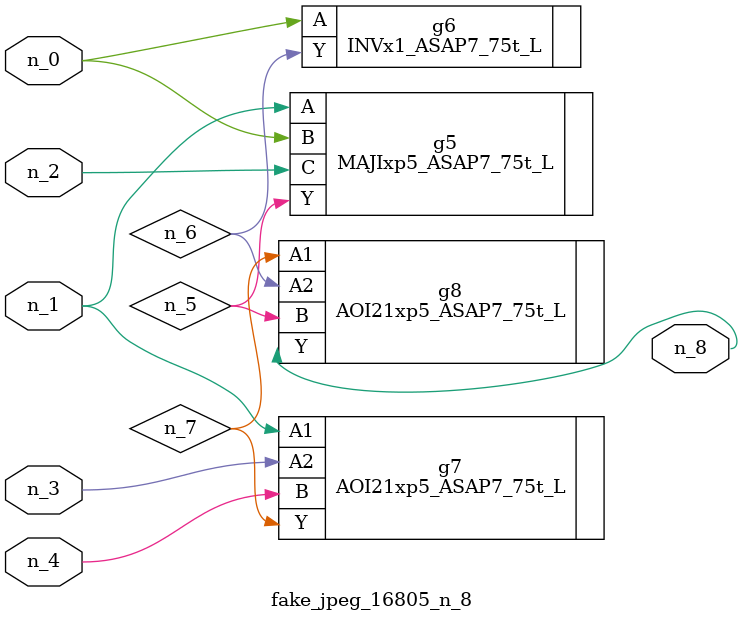
<source format=v>
module fake_jpeg_16805_n_8 (n_3, n_2, n_1, n_0, n_4, n_8);

input n_3;
input n_2;
input n_1;
input n_0;
input n_4;

output n_8;

wire n_6;
wire n_5;
wire n_7;

MAJIxp5_ASAP7_75t_L g5 ( 
.A(n_1),
.B(n_0),
.C(n_2),
.Y(n_5)
);

INVx1_ASAP7_75t_L g6 ( 
.A(n_0),
.Y(n_6)
);

AOI21xp5_ASAP7_75t_L g7 ( 
.A1(n_1),
.A2(n_3),
.B(n_4),
.Y(n_7)
);

AOI21xp5_ASAP7_75t_L g8 ( 
.A1(n_7),
.A2(n_6),
.B(n_5),
.Y(n_8)
);


endmodule
</source>
